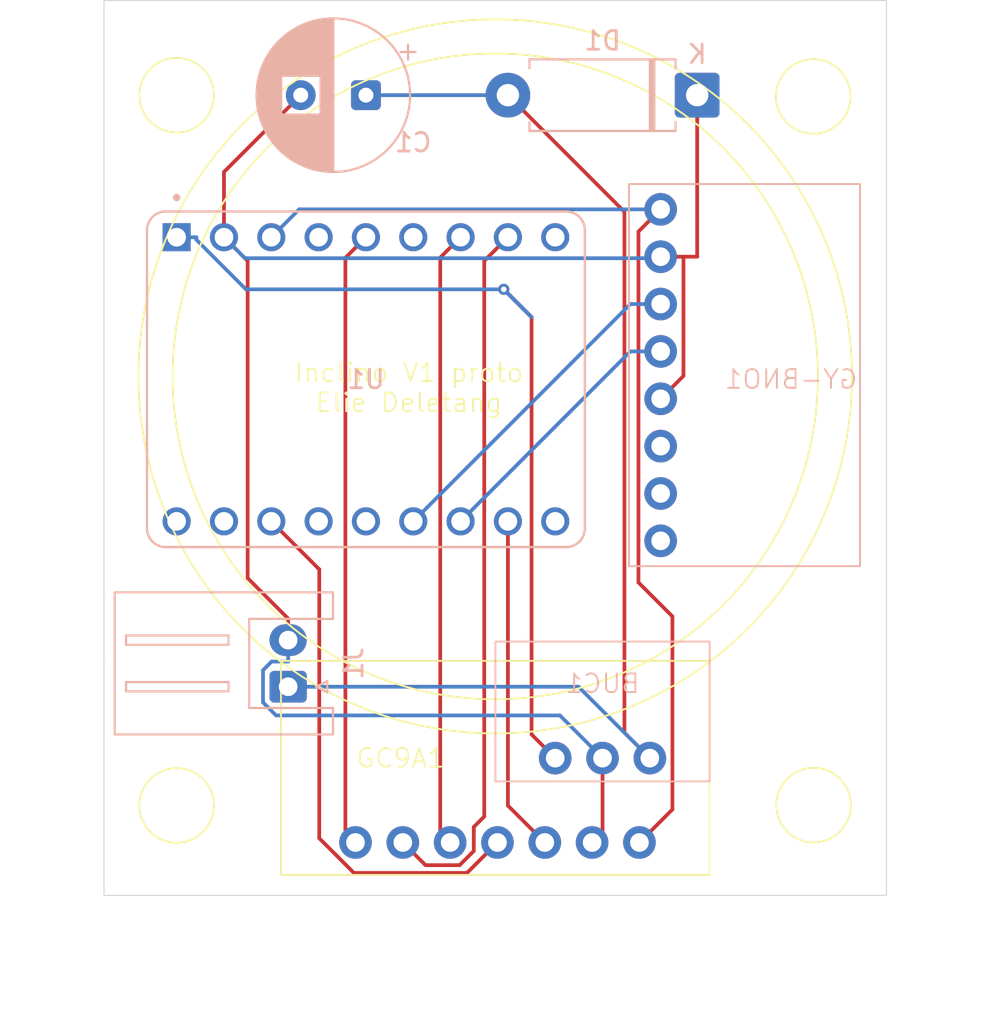
<source format=kicad_pcb>
(kicad_pcb (version 20241229) (generator "pcbnew") (generator_version "9.0")
  (layers (0 "F.Cu" signal) (2 "B.Cu" signal) (13 "F.Paste" user) (15 "B.Paste" user) (5 "F.SilkS" user "F.Silkscreen") (7 "B.SilkS" user "B.Silkscreen") (1 "F.Mask" user) (3 "B.Mask" user) (25 "Edge.Cuts" user))
  (net 0 "")
  (net 6 "Net-(BUC1-GND)")
  (net 13 "Net-(GC9A1-VCC)")
  (net 14 "Net-(GY-BNO1-SDA{slash}Tx)")
  (net 15 "Net-(BUC1-Vout)")
  (net 16 "Net-(GY-BNO1-SCL{slash}Rx)")
  (net 17 "Net-(GC9A1-RST)")
  (net 18 "Net-(GC9A1-SCL)")
  (net 19 "Net-(GC9A1-DC)")
  (net 20 "Net-(GC9A1-CS)")
  (net 21 "Net-(GC9A1-SDA)")
  (net 22 "Net-(BUC1-Vin)")
  (footprint "Mes_Empreintes:GC9A01" (layer "F.Cu") (at 103.46 85.145)
    (property "Reference" "GC9A1" (at -5.08 -14.025 0) (layer "F.SilkS") (effects (font (thickness 0.1))))
    (property "Value" "~" (hide yes))
    (fp_rect (start -11.5 -19.24) (end 11.5 -7.76) (stroke (width 0.1)) (fill no) (layer "F.SilkS"))
    (fp_circle (center 0 -34.5) (end 17.32 -34.5) (stroke (width 0.1)) (fill no) (layer "F.SilkS"))
    (fp_circle (center 0 -34.5) (end 19.15 -34.5) (stroke (width 0.1)) (fill no) (layer "F.SilkS"))
    (pad "1" thru_hole circle (at -7.5 -9.5) (size 1.75 1.75) (drill 1) (layers "*.Cu" "*.Mask") (net 17 "Net-(GC9A1-RST)"))
    (pad "2" thru_hole circle (at -4.96 -9.5) (size 1.75 1.75) (drill 1) (layers "*.Cu" "*.Mask") (net 20 "Net-(GC9A1-CS)"))
    (pad "3" thru_hole circle (at -2.42 -9.5) (size 1.75 1.75) (drill 1) (layers "*.Cu" "*.Mask") (net 19 "Net-(GC9A1-DC)"))
    (pad "4" thru_hole circle (at 0.12 -9.5) (size 1.75 1.75) (drill 1) (layers "*.Cu" "*.Mask") (net 21 "Net-(GC9A1-SDA)"))
    (pad "5" thru_hole circle (at 2.66 -9.5) (size 1.75 1.75) (drill 1) (layers "*.Cu" "*.Mask") (net 18 "Net-(GC9A1-SCL)"))
    (pad "6" thru_hole circle (at 5.2 -9.5) (size 1.75 1.75) (drill 1) (layers "*.Cu" "*.Mask") (net 6 "Net-(BUC1-GND)"))
    (pad "7" thru_hole circle (at 7.74 -9.5) (size 1.75 1.75) (drill 1) (layers "*.Cu" "*.Mask") (net 13 "Net-(GC9A1-VCC)"))
  )
  (footprint "MountingHole:MountingHole_3.2mm_M3" (layer "F.Cu") (at 86.36 73.66)
    (property "Reference" "M4" (hide yes))
    (property "Value" "MountingHole_3.2mm_M3")
    (pad "" np_thru_hole circle (at 0 0) (size 3.2 3.2) (drill 3.2) (layers "*.Cu" "*.Mask"))
  )
  (footprint "MountingHole:MountingHole_3.2mm_M3" (layer "F.Cu") (at 120.5 35.56)
    (property "Reference" "M2" (hide yes))
    (property "Value" "MountingHole_3.2mm_M3")
    (pad "" np_thru_hole circle (at 0 0) (size 3.2 3.2) (drill 3.2) (layers "*.Cu" "*.Mask"))
  )
  (footprint "MountingHole:MountingHole_3.2mm_M3" (layer "F.Cu") (at 86.36 35.56)
    (property "Reference" "M1" (hide yes))
    (property "Value" "MountingHole_3.2mm_M3")
    (pad "" np_thru_hole circle (at 0 0) (size 3.2 3.2) (drill 3.2) (layers "*.Cu" "*.Mask"))
  )
  (footprint "MountingHole:MountingHole_3.2mm_M3" (layer "F.Cu") (at 120.5 73.66)
    (property "Reference" "M3" (hide yes))
    (property "Value" "MountingHole_3.2mm_M3")
    (pad "" np_thru_hole circle (at 0 0) (size 3.2 3.2) (drill 3.2) (layers "*.Cu" "*.Mask"))
  )
  (footprint "ESP32-S3-ZERO:MODULE_ESP32-S3-ZERO" (layer "B.Cu") (at 96.52 50.8 -90)
    (property "Reference" "U1" (at 0 0 180) (layer "B.SilkS") (effects (justify mirror)))
    (property "Value" "ESP32-S3-ZERO")
    (fp_line (start -8 11.75) (end -4.61 11.75) (stroke (width 0.127)) (layer "B.SilkS"))
    (fp_line (start -4.61 11.75) (end 4.33 11.75) (stroke (width 0.127)) (layer "B.SilkS"))
    (fp_line (start 4.33 11.75) (end 8 11.75) (stroke (width 0.127)) (layer "B.SilkS"))
    (fp_line (start 9 10.75) (end 9 -10.75) (stroke (width 0.127)) (layer "B.SilkS"))
    (fp_line (start -9 -10.75) (end -9 10.75) (stroke (width 0.127)) (layer "B.SilkS"))
    (fp_line (start 8 -11.75) (end -8 -11.75) (stroke (width 0.127)) (layer "B.SilkS"))
    (fp_arc (start -8 11.75) (mid -8.707107 11.457107) (end -9 10.75) (stroke (width 0.127)) (layer "B.SilkS"))
    (fp_arc (start 9 10.75) (mid 8.707107 11.457107) (end 8 11.75) (stroke (width 0.127)) (layer "B.SilkS"))
    (fp_arc (start -9 -10.75) (mid -8.707107 -11.457107) (end -8 -11.75) (stroke (width 0.127)) (layer "B.SilkS"))
    (fp_arc (start 8 -11.75) (mid 8.707107 -11.457107) (end 9 -10.75) (stroke (width 0.127)) (layer "B.SilkS"))
    (fp_circle (center -9.75 10.16) (end -9.65 10.16) (stroke (width 0.2)) (fill no) (layer "B.SilkS"))
    (pad "1" thru_hole circle (at -7.62 2.54 270) (size 1.508 1.508) (drill 1) (layers "*.Cu" "*.Mask"))
    (pad "2" thru_hole circle (at -7.62 0 270) (size 1.508 1.508) (drill 1) (layers "*.Cu" "*.Mask") (net 17 "Net-(GC9A1-RST)"))
    (pad "3" thru_hole circle (at -7.62 -2.54 270) (size 1.508 1.508) (drill 1) (layers "*.Cu" "*.Mask"))
    (pad "3V3" thru_hole circle (at -7.62 5.08 270) (size 1.508 1.508) (drill 1) (layers "*.Cu" "*.Mask") (net 13 "Net-(GC9A1-VCC)"))
    (pad "4" thru_hole circle (at -7.62 -5.08 270) (size 1.508 1.508) (drill 1) (layers "*.Cu" "*.Mask") (net 19 "Net-(GC9A1-DC)"))
    (pad "5" thru_hole circle (at -7.62 -7.62 270) (size 1.508 1.508) (drill 1) (layers "*.Cu" "*.Mask") (net 20 "Net-(GC9A1-CS)"))
    (pad "5V" thru_hole rect (at -7.62 10.16 270) (size 1.508 1.508) (drill 1) (layers "*.Cu" "*.Mask") (net 15 "Net-(BUC1-Vout)"))
    (pad "6" thru_hole circle (at -7.62 -10.16 270) (size 1.508 1.508) (drill 1) (layers "*.Cu" "*.Mask"))
    (pad "7" thru_hole circle (at 7.62 -10.16 270) (size 1.508 1.508) (drill 1) (layers "*.Cu" "*.Mask"))
    (pad "8" thru_hole circle (at 7.62 -7.62 270) (size 1.508 1.508) (drill 1) (layers "*.Cu" "*.Mask") (net 18 "Net-(GC9A1-SCL)"))
    (pad "9" thru_hole circle (at 7.62 -5.08 270) (size 1.508 1.508) (drill 1) (layers "*.Cu" "*.Mask") (net 14 "Net-(GY-BNO1-SDA{slash}Tx)"))
    (pad "10" thru_hole circle (at 7.62 -2.54 270) (size 1.508 1.508) (drill 1) (layers "*.Cu" "*.Mask") (net 16 "Net-(GY-BNO1-SCL{slash}Rx)"))
    (pad "11" thru_hole circle (at 7.62 0 270) (size 1.508 1.508) (drill 1) (layers "*.Cu" "*.Mask"))
    (pad "12" thru_hole circle (at 7.62 2.54 270) (size 1.508 1.508) (drill 1) (layers "*.Cu" "*.Mask"))
    (pad "13" thru_hole circle (at 7.62 5.08 270) (size 1.508 1.508) (drill 1) (layers "*.Cu" "*.Mask") (net 21 "Net-(GC9A1-SDA)"))
    (pad "GND" thru_hole circle (at -7.62 7.62 270) (size 1.508 1.508) (drill 1) (layers "*.Cu" "*.Mask") (net 6 "Net-(BUC1-GND)"))
    (pad "RX" thru_hole circle (at 7.62 7.62 270) (size 1.508 1.508) (drill 1) (layers "*.Cu" "*.Mask"))
    (pad "TX" thru_hole circle (at 7.62 10.16 270) (size 1.508 1.508) (drill 1) (layers "*.Cu" "*.Mask"))
  )
  (footprint "Connector_JST:JST_XH_S2B-XH-A_1x02_P2.50mm_Horizontal" (layer "B.Cu") (at 92.345 67.29 90)
    (property "Reference" "J1" (at 1.25 3.51 90) (layer "B.SilkS") (effects (justify mirror)))
    (property "Value" "Conn_01x02_MountingPin")
    (fp_line (start 5.06 -9.31) (end 5.06 2.41) (stroke (width 0.12)) (layer "B.SilkS"))
    (fp_line (start 1.25 -9.31) (end 5.06 -9.31) (stroke (width 0.12)) (layer "B.SilkS"))
    (fp_line (start 1.25 -9.31) (end -2.56 -9.31) (stroke (width 0.12)) (layer "B.SilkS"))
    (fp_line (start -2.56 -9.31) (end -2.56 2.41) (stroke (width 0.12)) (layer "B.SilkS"))
    (fp_line (start 2.75 -8.7) (end 2.75 -3.2) (stroke (width 0.12)) (layer "B.SilkS"))
    (fp_line (start 2.25 -8.7) (end 2.75 -8.7) (stroke (width 0.12)) (layer "B.SilkS"))
    (fp_line (start 0.25 -8.7) (end 0.25 -3.2) (stroke (width 0.12)) (layer "B.SilkS"))
    (fp_line (start -0.25 -8.7) (end 0.25 -8.7) (stroke (width 0.12)) (layer "B.SilkS"))
    (fp_line (start 2.75 -3.2) (end 2.25 -3.2) (stroke (width 0.12)) (layer "B.SilkS"))
    (fp_line (start 2.25 -3.2) (end 2.25 -8.7) (stroke (width 0.12)) (layer "B.SilkS"))
    (fp_line (start 0.25 -3.2) (end -0.25 -3.2) (stroke (width 0.12)) (layer "B.SilkS"))
    (fp_line (start -0.25 -3.2) (end -0.25 -8.7) (stroke (width 0.12)) (layer "B.SilkS"))
    (fp_line (start 3.64 -2.09) (end 1.25 -2.09) (stroke (width 0.12)) (layer "B.SilkS"))
    (fp_line (start -1.14 -2.09) (end 1.25 -2.09) (stroke (width 0.12)) (layer "B.SilkS"))
    (fp_line (start 0 1.5) (end -0.3 2.1) (stroke (width 0.12)) (layer "B.SilkS"))
    (fp_line (start 0.3 2.1) (end 0 1.5) (stroke (width 0.12)) (layer "B.SilkS"))
    (fp_line (start -0.3 2.1) (end 0.3 2.1) (stroke (width 0.12)) (layer "B.SilkS"))
    (fp_line (start 5.06 2.41) (end 3.64 2.41) (stroke (width 0.12)) (layer "B.SilkS"))
    (fp_line (start 3.64 2.41) (end 3.64 -2.09) (stroke (width 0.12)) (layer "B.SilkS"))
    (fp_line (start -1.14 2.41) (end -1.14 -2.09) (stroke (width 0.12)) (layer "B.SilkS"))
    (fp_line (start -2.56 2.41) (end -1.14 2.41) (stroke (width 0.12)) (layer "B.SilkS"))
    (pad "1" thru_hole roundrect (at 0 0 90) (size 1.7 2) (drill 1) (layers "*.Cu" "*.Mask") (roundrect_rratio 0.147059) (net 22 "Net-(BUC1-Vin)"))
    (pad "2" thru_hole oval (at 2.5 0 90) (size 1.7 2) (drill 1) (layers "*.Cu" "*.Mask") (net 6 "Net-(BUC1-GND)"))
  )
  (footprint "Diode_THT:D_DO-15_P10.16mm_Horizontal" (layer "B.Cu") (at 114.3 35.56 180)
    (property "Reference" "D1" (at 5.08 2.92 0) (layer "B.SilkS") (effects (justify mirror)))
    (property "Value" "D_TVS")
    (fp_line (start 9 1.92) (end 9 1.44) (stroke (width 0.12)) (layer "B.SilkS"))
    (fp_line (start 9 -1.92) (end 9 -1.44) (stroke (width 0.12)) (layer "B.SilkS"))
    (fp_line (start 2.54 1.92) (end 2.54 -1.92) (stroke (width 0.12)) (layer "B.SilkS"))
    (fp_line (start 2.42 1.92) (end 2.42 -1.92) (stroke (width 0.12)) (layer "B.SilkS"))
    (fp_line (start 2.3 1.92) (end 2.3 -1.92) (stroke (width 0.12)) (layer "B.SilkS"))
    (fp_line (start 1.16 1.92) (end 9 1.92) (stroke (width 0.12)) (layer "B.SilkS"))
    (fp_line (start 1.16 1.44) (end 1.16 1.92) (stroke (width 0.12)) (layer "B.SilkS"))
    (fp_line (start 1.16 -1.44) (end 1.16 -1.92) (stroke (width 0.12)) (layer "B.SilkS"))
    (fp_line (start 1.16 -1.92) (end 9 -1.92) (stroke (width 0.12)) (layer "B.SilkS"))
    (fp_text user "K" (at 0 2.2 0) (layer "B.SilkS") (effects (justify mirror)))
    (pad "1" thru_hole roundrect (at 0 0 180) (size 2.4 2.4) (drill 1.2) (layers "*.Cu" "*.Mask") (roundrect_rratio 0.104167) (net 6 "Net-(BUC1-GND)"))
    (pad "2" thru_hole circle (at 10.16 0 180) (size 2.4 2.4) (drill 1.2) (layers "*.Cu" "*.Mask") (net 22 "Net-(BUC1-Vin)"))
  )
  (footprint "Capacitor_THT:CP_Radial_D8.0mm_P3.50mm" (layer "B.Cu") (at 96.52 35.56 180)
    (property "Reference" "C1" (at -2.54 -2.54 0) (layer "B.SilkS") (effects (justify mirror)))
    (property "Value" "C_Polarized")
    (fp_line (start 5.83 0.533) (end 5.83 -0.533) (stroke (width 0.12)) (layer "B.SilkS"))
    (fp_line (start 5.79 0.768) (end 5.79 -0.768) (stroke (width 0.12)) (layer "B.SilkS"))
    (fp_line (start 5.75 0.947) (end 5.75 -0.947) (stroke (width 0.12)) (layer "B.SilkS"))
    (fp_line (start 5.71 1.097) (end 5.71 -1.097) (stroke (width 0.12)) (layer "B.SilkS"))
    (fp_line (start 5.67 1.228) (end 5.67 -1.228) (stroke (width 0.12)) (layer "B.SilkS"))
    (fp_line (start 5.63 1.346) (end 5.63 -1.346) (stroke (width 0.12)) (layer "B.SilkS"))
    (fp_line (start 5.59 1.453) (end 5.59 -1.453) (stroke (width 0.12)) (layer "B.SilkS"))
    (fp_line (start 5.55 1.552) (end 5.55 -1.552) (stroke (width 0.12)) (layer "B.SilkS"))
    (fp_line (start 5.51 1.644) (end 5.51 -1.644) (stroke (width 0.12)) (layer "B.SilkS"))
    (fp_line (start 5.47 1.731) (end 5.47 -1.731) (stroke (width 0.12)) (layer "B.SilkS"))
    (fp_line (start 5.43 1.813) (end 5.43 -1.813) (stroke (width 0.12)) (layer "B.SilkS"))
    (fp_line (start 5.39 1.89) (end 5.39 -1.89) (stroke (width 0.12)) (layer "B.SilkS"))
    (fp_line (start 5.35 1.964) (end 5.35 -1.964) (stroke (width 0.12)) (layer "B.SilkS"))
    (fp_line (start 5.31 2.034) (end 5.31 -2.034) (stroke (width 0.12)) (layer "B.SilkS"))
    (fp_line (start 5.27 2.101) (end 5.27 -2.101) (stroke (width 0.12)) (layer "B.SilkS"))
    (fp_line (start 5.23 2.165) (end 5.23 -2.165) (stroke (width 0.12)) (layer "B.SilkS"))
    (fp_line (start 5.19 2.227) (end 5.19 -2.227) (stroke (width 0.12)) (layer "B.SilkS"))
    (fp_line (start 5.15 2.287) (end 5.15 -2.287) (stroke (width 0.12)) (layer "B.SilkS"))
    (fp_line (start 5.11 2.344) (end 5.11 -2.344) (stroke (width 0.12)) (layer "B.SilkS"))
    (fp_line (start 5.07 2.4) (end 5.07 -2.4) (stroke (width 0.12)) (layer "B.SilkS"))
    (fp_line (start 5.03 2.453) (end 5.03 -2.453) (stroke (width 0.12)) (layer "B.SilkS"))
    (fp_line (start 4.99 2.505) (end 4.99 -2.505) (stroke (width 0.12)) (layer "B.SilkS"))
    (fp_line (start 4.95 2.555) (end 4.95 -2.555) (stroke (width 0.12)) (layer "B.SilkS"))
    (fp_line (start 4.91 2.604) (end 4.91 -2.604) (stroke (width 0.12)) (layer "B.SilkS"))
    (fp_line (start 4.87 2.651) (end 4.87 -2.651) (stroke (width 0.12)) (layer "B.SilkS"))
    (fp_line (start 4.83 2.696) (end 4.83 -2.696) (stroke (width 0.12)) (layer "B.SilkS"))
    (fp_line (start 4.79 2.741) (end 4.79 -2.741) (stroke (width 0.12)) (layer "B.SilkS"))
    (fp_line (start 4.75 2.784) (end 4.75 -2.784) (stroke (width 0.12)) (layer "B.SilkS"))
    (fp_line (start 4.71 2.826) (end 4.71 -2.826) (stroke (width 0.12)) (layer "B.SilkS"))
    (fp_line (start 4.67 2.867) (end 4.67 -2.867) (stroke (width 0.12)) (layer "B.SilkS"))
    (fp_line (start 4.63 2.906) (end 4.63 -2.906) (stroke (width 0.12)) (layer "B.SilkS"))
    (fp_line (start 4.59 2.945) (end 4.59 -2.945) (stroke (width 0.12)) (layer "B.SilkS"))
    (fp_line (start 4.55 2.982) (end 4.55 -2.982) (stroke (width 0.12)) (layer "B.SilkS"))
    (fp_line (start 4.51 3.019) (end 4.51 1.04) (stroke (width 0.12)) (layer "B.SilkS"))
    (fp_line (start 4.51 -1.04) (end 4.51 -3.019) (stroke (width 0.12)) (layer "B.SilkS"))
    (fp_line (start 4.47 3.055) (end 4.47 1.04) (stroke (width 0.12)) (layer "B.SilkS"))
    (fp_line (start 4.47 -1.04) (end 4.47 -3.055) (stroke (width 0.12)) (layer "B.SilkS"))
    (fp_line (start 4.43 3.089) (end 4.43 1.04) (stroke (width 0.12)) (layer "B.SilkS"))
    (fp_line (start 4.43 -1.04) (end 4.43 -3.089) (stroke (width 0.12)) (layer "B.SilkS"))
    (fp_line (start 4.39 3.123) (end 4.39 1.04) (stroke (width 0.12)) (layer "B.SilkS"))
    (fp_line (start 4.39 -1.04) (end 4.39 -3.123) (stroke (width 0.12)) (layer "B.SilkS"))
    (fp_line (start 4.35 3.156) (end 4.35 1.04) (stroke (width 0.12)) (layer "B.SilkS"))
    (fp_line (start 4.35 -1.04) (end 4.35 -3.156) (stroke (width 0.12)) (layer "B.SilkS"))
    (fp_line (start 4.31 3.188) (end 4.31 1.04) (stroke (width 0.12)) (layer "B.SilkS"))
    (fp_line (start 4.31 -1.04) (end 4.31 -3.188) (stroke (width 0.12)) (layer "B.SilkS"))
    (fp_line (start 4.27 3.219) (end 4.27 1.04) (stroke (width 0.12)) (layer "B.SilkS"))
    (fp_line (start 4.27 -1.04) (end 4.27 -3.219) (stroke (width 0.12)) (layer "B.SilkS"))
    (fp_line (start 4.23 3.25) (end 4.23 1.04) (stroke (width 0.12)) (layer "B.SilkS"))
    (fp_line (start 4.23 -1.04) (end 4.23 -3.25) (stroke (width 0.12)) (layer "B.SilkS"))
    (fp_line (start 4.19 3.28) (end 4.19 1.04) (stroke (width 0.12)) (layer "B.SilkS"))
    (fp_line (start 4.19 -1.04) (end 4.19 -3.28) (stroke (width 0.12)) (layer "B.SilkS"))
    (fp_line (start 4.15 3.309) (end 4.15 1.04) (stroke (width 0.12)) (layer "B.SilkS"))
    (fp_line (start 4.15 -1.04) (end 4.15 -3.309) (stroke (width 0.12)) (layer "B.SilkS"))
    (fp_line (start 4.11 3.337) (end 4.11 1.04) (stroke (width 0.12)) (layer "B.SilkS"))
    (fp_line (start 4.11 -1.04) (end 4.11 -3.337) (stroke (width 0.12)) (layer "B.SilkS"))
    (fp_line (start 4.07 3.365) (end 4.07 1.04) (stroke (width 0.12)) (layer "B.SilkS"))
    (fp_line (start 4.07 -1.04) (end 4.07 -3.365) (stroke (width 0.12)) (layer "B.SilkS"))
    (fp_line (start 4.03 3.392) (end 4.03 1.04) (stroke (width 0.12)) (layer "B.SilkS"))
    (fp_line (start 4.03 -1.04) (end 4.03 -3.392) (stroke (width 0.12)) (layer "B.SilkS"))
    (fp_line (start 3.99 3.418) (end 3.99 1.04) (stroke (width 0.12)) (layer "B.SilkS"))
    (fp_line (start 3.99 -1.04) (end 3.99 -3.418) (stroke (width 0.12)) (layer "B.SilkS"))
    (fp_line (start 3.95 3.443) (end 3.95 1.04) (stroke (width 0.12)) (layer "B.SilkS"))
    (fp_line (start 3.95 -1.04) (end 3.95 -3.443) (stroke (width 0.12)) (layer "B.SilkS"))
    (fp_line (start 3.91 3.468) (end 3.91 1.04) (stroke (width 0.12)) (layer "B.SilkS"))
    (fp_line (start 3.91 -1.04) (end 3.91 -3.468) (stroke (width 0.12)) (layer "B.SilkS"))
    (fp_line (start 3.87 3.493) (end 3.87 1.04) (stroke (width 0.12)) (layer "B.SilkS"))
    (fp_line (start 3.87 -1.04) (end 3.87 -3.493) (stroke (width 0.12)) (layer "B.SilkS"))
    (fp_line (start 3.83 3.516) (end 3.83 1.04) (stroke (width 0.12)) (layer "B.SilkS"))
    (fp_line (start 3.83 -1.04) (end 3.83 -3.516) (stroke (width 0.12)) (layer "B.SilkS"))
    (fp_line (start 3.79 3.539) (end 3.79 1.04) (stroke (width 0.12)) (layer "B.SilkS"))
    (fp_line (start 3.79 -1.04) (end 3.79 -3.539) (stroke (width 0.12)) (layer "B.SilkS"))
    (fp_line (start 3.75 3.562) (end 3.75 1.04) (stroke (width 0.12)) (layer "B.SilkS"))
    (fp_line (start 3.75 -1.04) (end 3.75 -3.562) (stroke (width 0.12)) (layer "B.SilkS"))
    (fp_line (start 3.71 3.584) (end 3.71 1.04) (stroke (width 0.12)) (layer "B.SilkS"))
    (fp_line (start 3.71 -1.04) (end 3.71 -3.584) (stroke (width 0.12)) (layer "B.SilkS"))
    (fp_line (start 3.67 3.605) (end 3.67 1.04) (stroke (width 0.12)) (layer "B.SilkS"))
    (fp_line (start 3.67 -1.04) (end 3.67 -3.605) (stroke (width 0.12)) (layer "B.SilkS"))
    (fp_line (start 3.63 3.626) (end 3.63 1.04) (stroke (width 0.12)) (layer "B.SilkS"))
    (fp_line (start 3.63 -1.04) (end 3.63 -3.626) (stroke (width 0.12)) (layer "B.SilkS"))
    (fp_line (start 3.59 3.646) (end 3.59 1.04) (stroke (width 0.12)) (layer "B.SilkS"))
    (fp_line (start 3.59 -1.04) (end 3.59 -3.646) (stroke (width 0.12)) (layer "B.SilkS"))
    (fp_line (start 3.55 3.666) (end 3.55 1.04) (stroke (width 0.12)) (layer "B.SilkS"))
    (fp_line (start 3.55 -1.04) (end 3.55 -3.666) (stroke (width 0.12)) (layer "B.SilkS"))
    (fp_line (start 3.51 3.685) (end 3.51 1.04) (stroke (width 0.12)) (layer "B.SilkS"))
    (fp_line (start 3.51 -1.04) (end 3.51 -3.685) (stroke (width 0.12)) (layer "B.SilkS"))
    (fp_line (start 3.47 3.704) (end 3.47 1.04) (stroke (width 0.12)) (layer "B.SilkS"))
    (fp_line (start 3.47 -1.04) (end 3.47 -3.704) (stroke (width 0.12)) (layer "B.SilkS"))
    (fp_line (start 3.43 3.722) (end 3.43 1.04) (stroke (width 0.12)) (layer "B.SilkS"))
    (fp_line (start 3.43 -1.04) (end 3.43 -3.722) (stroke (width 0.12)) (layer "B.SilkS"))
    (fp_line (start 3.39 3.74) (end 3.39 1.04) (stroke (width 0.12)) (layer "B.SilkS"))
    (fp_line (start 3.39 -1.04) (end 3.39 -3.74) (stroke (width 0.12)) (layer "B.SilkS"))
    (fp_line (start 3.35 3.757) (end 3.35 1.04) (stroke (width 0.12)) (layer "B.SilkS"))
    (fp_line (start 3.35 -1.04) (end 3.35 -3.757) (stroke (width 0.12)) (layer "B.SilkS"))
    (fp_line (start 3.31 3.773) (end 3.31 1.04) (stroke (width 0.12)) (layer "B.SilkS"))
    (fp_line (start 3.31 -1.04) (end 3.31 -3.773) (stroke (width 0.12)) (layer "B.SilkS"))
    (fp_line (start 3.27 3.789) (end 3.27 1.04) (stroke (width 0.12)) (layer "B.SilkS"))
    (fp_line (start 3.27 -1.04) (end 3.27 -3.789) (stroke (width 0.12)) (layer "B.SilkS"))
    (fp_line (start 3.23 3.805) (end 3.23 1.04) (stroke (width 0.12)) (layer "B.SilkS"))
    (fp_line (start 3.23 -1.04) (end 3.23 -3.805) (stroke (width 0.12)) (layer "B.SilkS"))
    (fp_line (start 3.19 3.82) (end 3.19 1.04) (stroke (width 0.12)) (layer "B.SilkS"))
    (fp_line (start 3.19 -1.04) (end 3.19 -3.82) (stroke (width 0.12)) (layer "B.SilkS"))
    (fp_line (start 3.15 3.835) (end 3.15 1.04) (stroke (width 0.12)) (layer "B.SilkS"))
    (fp_line (start 3.15 -1.04) (end 3.15 -3.835) (stroke (width 0.12)) (layer "B.SilkS"))
    (fp_line (start 3.11 3.849) (end 3.11 1.04) (stroke (width 0.12)) (layer "B.SilkS"))
    (fp_line (start 3.11 -1.04) (end 3.11 -3.849) (stroke (width 0.12)) (layer "B.SilkS"))
    (fp_line (start 3.07 3.863) (end 3.07 1.04) (stroke (width 0.12)) (layer "B.SilkS"))
    (fp_line (start 3.07 -1.04) (end 3.07 -3.863) (stroke (width 0.12)) (layer "B.SilkS"))
    (fp_line (start 3.03 3.876) (end 3.03 1.04) (stroke (width 0.12)) (layer "B.SilkS"))
    (fp_line (start 3.03 -1.04) (end 3.03 -3.876) (stroke (width 0.12)) (layer "B.SilkS"))
    (fp_line (start 2.99 3.889) (end 2.99 1.04) (stroke (width 0.12)) (layer "B.SilkS"))
    (fp_line (start 2.99 -1.04) (end 2.99 -3.889) (stroke (width 0.12)) (layer "B.SilkS"))
    (fp_line (start 2.95 3.901) (end 2.95 1.04) (stroke (width 0.12)) (layer "B.SilkS"))
    (fp_line (start 2.95 -1.04) (end 2.95 -3.901) (stroke (width 0.12)) (layer "B.SilkS"))
    (fp_line (start 2.91 3.913) (end 2.91 1.04) (stroke (width 0.12)) (layer "B.SilkS"))
    (fp_line (start 2.91 -1.04) (end 2.91 -3.913) (stroke (width 0.12)) (layer "B.SilkS"))
    (fp_line (start 2.87 3.925) (end 2.87 1.04) (stroke (width 0.12)) (layer "B.SilkS"))
    (fp_line (start 2.87 -1.04) (end 2.87 -3.925) (stroke (width 0.12)) (layer "B.SilkS"))
    (fp_line (start 2.83 3.936) (end 2.83 1.04) (stroke (width 0.12)) (layer "B.SilkS"))
    (fp_line (start 2.83 -1.04) (end 2.83 -3.936) (stroke (width 0.12)) (layer "B.SilkS"))
    (fp_line (start 2.79 3.947) (end 2.79 1.04) (stroke (width 0.12)) (layer "B.SilkS"))
    (fp_line (start 2.79 -1.04) (end 2.79 -3.947) (stroke (width 0.12)) (layer "B.SilkS"))
    (fp_line (start 2.75 3.957) (end 2.75 1.04) (stroke (width 0.12)) (layer "B.SilkS"))
    (fp_line (start 2.75 -1.04) (end 2.75 -3.957) (stroke (width 0.12)) (layer "B.SilkS"))
    (fp_line (start 2.71 3.967) (end 2.71 1.04) (stroke (width 0.12)) (layer "B.SilkS"))
    (fp_line (start 2.71 -1.04) (end 2.71 -3.967) (stroke (width 0.12)) (layer "B.SilkS"))
    (fp_line (start 2.67 3.976) (end 2.67 1.04) (stroke (width 0.12)) (layer "B.SilkS"))
    (fp_line (start 2.67 -1.04) (end 2.67 -3.976) (stroke (width 0.12)) (layer "B.SilkS"))
    (fp_line (start 2.63 3.985) (end 2.63 1.04) (stroke (width 0.12)) (layer "B.SilkS"))
    (fp_line (start 2.63 -1.04) (end 2.63 -3.985) (stroke (width 0.12)) (layer "B.SilkS"))
    (fp_line (start 2.59 3.993) (end 2.59 1.04) (stroke (width 0.12)) (layer "B.SilkS"))
    (fp_line (start 2.59 -1.04) (end 2.59 -3.993) (stroke (width 0.12)) (layer "B.SilkS"))
    (fp_line (start 2.55 4.002) (end 2.55 1.04) (stroke (width 0.12)) (layer "B.SilkS"))
    (fp_line (start 2.55 -1.04) (end 2.55 -4.002) (stroke (width 0.12)) (layer "B.SilkS"))
    (fp_line (start 2.51 4.009) (end 2.51 1.04) (stroke (width 0.12)) (layer "B.SilkS"))
    (fp_line (start 2.51 -1.04) (end 2.51 -4.009) (stroke (width 0.12)) (layer "B.SilkS"))
    (fp_line (start 2.47 4.017) (end 2.47 1.04) (stroke (width 0.12)) (layer "B.SilkS"))
    (fp_line (start 2.47 -1.04) (end 2.47 -4.017) (stroke (width 0.12)) (layer "B.SilkS"))
    (fp_line (start 2.43 4.023) (end 2.43 -4.023) (stroke (width 0.12)) (layer "B.SilkS"))
    (fp_line (start 2.39 4.03) (end 2.39 -4.03) (stroke (width 0.12)) (layer "B.SilkS"))
    (fp_line (start 2.35 4.036) (end 2.35 -4.036) (stroke (width 0.12)) (layer "B.SilkS"))
    (fp_line (start 2.31 4.042) (end 2.31 -4.042) (stroke (width 0.12)) (layer "B.SilkS"))
    (fp_line (start 2.27 4.047) (end 2.27 -4.047) (stroke (width 0.12)) (layer "B.SilkS"))
    (fp_line (start 2.23 4.052) (end 2.23 -4.052) (stroke (width 0.12)) (layer "B.SilkS"))
    (fp_line (start 2.19 4.056) (end 2.19 -4.056) (stroke (width 0.12)) (layer "B.SilkS"))
    (fp_line (start 2.15 4.061) (end 2.15 -4.061) (stroke (width 0.12)) (layer "B.SilkS"))
    (fp_line (start 2.11 4.064) (end 2.11 -4.064) (stroke (width 0.12)) (layer "B.SilkS"))
    (fp_line (start 2.07 4.068) (end 2.07 -4.068) (stroke (width 0.12)) (layer "B.SilkS"))
    (fp_line (start 2.03 4.07) (end 2.03 -4.07) (stroke (width 0.12)) (layer "B.SilkS"))
    (fp_line (start 1.99 4.073) (end 1.99 -4.073) (stroke (width 0.12)) (layer "B.SilkS"))
    (fp_line (start 1.95 4.075) (end 1.95 -4.075) (stroke (width 0.12)) (layer "B.SilkS"))
    (fp_line (start 1.91 4.077) (end 1.91 -4.077) (stroke (width 0.12)) (layer "B.SilkS"))
    (fp_line (start 1.87 4.078) (end 1.87 -4.078) (stroke (width 0.12)) (layer "B.SilkS"))
    (fp_line (start 1.83 4.079) (end 1.83 -4.079) (stroke (width 0.12)) (layer "B.SilkS"))
    (fp_line (start 1.79 4.08) (end 1.79 -4.08) (stroke (width 0.12)) (layer "B.SilkS"))
    (fp_line (start 1.75 4.08) (end 1.75 -4.08) (stroke (width 0.12)) (layer "B.SilkS"))
    (fp_line (start -2.259698 2.715) (end -2.259698 1.915) (stroke (width 0.12)) (layer "B.SilkS"))
    (fp_line (start -2.659698 2.315) (end -1.859698 2.315) (stroke (width 0.12)) (layer "B.SilkS"))
    (fp_circle (center 1.75 0) (end 5.87 0) (stroke (width 0.12)) (fill no) (layer "B.SilkS"))
    (pad "1" thru_hole roundrect (at 0 0 180) (size 1.6 1.6) (drill 0.8) (layers "*.Cu" "*.Mask") (roundrect_rratio 0.15625) (net 22 "Net-(BUC1-Vin)"))
    (pad "2" thru_hole circle (at 3.5 0 180) (size 1.6 1.6) (drill 0.8) (layers "*.Cu" "*.Mask") (net 6 "Net-(BUC1-GND)"))
  )
  (footprint "Mes_Empreintes:GY-BNO055" (layer "B.Cu") (at 114.34 61.075 180)
    (property "Reference" "GY-BNO1" (at -5 10.275 0) (layer "B.SilkS") (effects (font (thickness 0.1)) (justify mirror)))
    (property "Value" "~")
    (fp_rect (start -8.7 20.75) (end 3.7 0.25) (stroke (width 0.1)) (fill no) (layer "B.SilkS"))
    (pad "1" thru_hole circle (at 2 19.39 180) (size 1.75 1.75) (drill 1) (layers "*.Cu" "*.Mask") (net 13 "Net-(GC9A1-VCC)"))
    (pad "2" thru_hole circle (at 2 16.85 180) (size 1.75 1.75) (drill 1) (layers "*.Cu" "*.Mask") (net 6 "Net-(BUC1-GND)"))
    (pad "3" thru_hole circle (at 2 14.31 180) (size 1.75 1.75) (drill 1) (layers "*.Cu" "*.Mask") (net 16 "Net-(GY-BNO1-SCL{slash}Rx)"))
    (pad "4" thru_hole circle (at 2 11.77 180) (size 1.75 1.75) (drill 1) (layers "*.Cu" "*.Mask") (net 14 "Net-(GY-BNO1-SDA{slash}Tx)"))
    (pad "5" thru_hole circle (at 2 9.23 180) (size 1.75 1.75) (drill 1) (layers "*.Cu" "*.Mask") (net 6 "Net-(BUC1-GND)"))
    (pad "6" thru_hole circle (at 2 6.69 180) (size 1.75 1.75) (drill 1) (layers "*.Cu" "*.Mask"))
    (pad "7" thru_hole circle (at 2 4.15 180) (size 1.75 1.75) (drill 1) (layers "*.Cu" "*.Mask"))
    (pad "8" thru_hole circle (at 2 1.61 180) (size 1.75 1.75) (drill 1) (layers "*.Cu" "*.Mask"))
  )
  (footprint "Mes_Empreintes:BEC" (layer "B.Cu") (at 109.22 80.62 180)
    (property "Reference" "BUC1" (at 0 13.5 0) (layer "B.SilkS") (effects (font (thickness 0.1)) (justify mirror)))
    (property "Value" "~" (hide yes))
    (fp_rect (start -5.75 15.75) (end 5.75 8.25) (stroke (width 0.1)) (fill no) (layer "B.SilkS"))
    (pad "1" thru_hole circle (at -2.54 9.5 180) (size 1.75 1.75) (drill 1) (layers "*.Cu" "*.Mask") (net 22 "Net-(BUC1-Vin)"))
    (pad "2" thru_hole circle (at 0 9.5 180) (size 1.75 1.75) (drill 1) (layers "*.Cu" "*.Mask") (net 6 "Net-(BUC1-GND)"))
    (pad "3" thru_hole circle (at 2.54 9.5 180) (size 1.75 1.75) (drill 1) (layers "*.Cu" "*.Mask") (net 15 "Net-(BUC1-Vout)"))
  )
  (gr_circle (center 120.549266 73.642573) (end 122.549266 73.642573) (stroke (width 0.1)) (fill no) (layer "F.SilkS"))
  (gr_circle (center 120.529286 35.627209) (end 122.529286 35.627209) (stroke (width 0.1)) (fill no) (layer "F.SilkS"))
  (gr_circle (center 86.36 35.56) (end 88.36 35.56) (stroke (width 0.1)) (fill no) (layer "F.SilkS"))
  (gr_circle (center 86.36 73.66) (end 88.36 73.66) (stroke (width 0.1)) (fill no) (layer "F.SilkS"))
  (gr_rect (start 82.46 30.48) (end 124.46 78.48) (stroke (width 0.05)) (fill no) (layer "Edge.Cuts"))
  (gr_text "Inclino V1 proto\nElie Deletang" (at 98.820246 52.638109 0) (layer "F.SilkS") (effects (font (size 1 1) (thickness 0.1)) (justify bottom)))
  (segment (start 114.3 42.265) (end 114.3 35.56) (width 0.2) (layer "F.Cu") (net 6))
  (segment (start 93.02 35.56) (end 88.9 39.68) (width 0.2) (layer "F.Cu") (net 6))
  (segment (start 88.9 39.68) (end 88.9 43.18) (width 0.2) (layer "F.Cu") (net 6))
  (segment (start 108.66 75.645) (end 109.22 75.085) (width 0.2) (layer "F.Cu") (net 6))
  (segment (start 114.3 44.225) (end 114.3 42.3063) (width 0.2) (layer "F.Cu") (net 6))
  (segment (start 113.565 50.62) (end 113.565 44.225) (width 0.2) (layer "F.Cu") (net 6))
  (segment (start 112.34 44.225) (end 113.565 44.225) (width 0.2) (layer "F.Cu") (net 6))
  (segment (start 113.565 44.225) (end 114.3 44.225) (width 0.2) (layer "F.Cu") (net 6))
  (segment (start 109.22 75.085) (end 109.22 71.12) (width 0.2) (layer "F.Cu") (net 6))
  (segment (start 112.34 51.845) (end 113.565 50.62) (width 0.2) (layer "F.Cu") (net 6))
  (segment (start 90.17 44.45) (end 88.9 43.18) (width 0.2) (layer "F.Cu") (net 6))
  (segment (start 90.17 61.4633) (end 90.17 44.45) (width 0.2) (layer "F.Cu") (net 6))
  (segment (start 92.345 64.79) (end 92.345 63.6383) (width 0.2) (layer "F.Cu") (net 6))
  (segment (start 114.3 42.3063) (end 114.3 42.265) (width 0.2) (layer "F.Cu") (net 6))
  (segment (start 92.345 63.6383) (end 90.17 61.4633) (width 0.2) (layer "F.Cu") (net 6))
  (segment (start 92.345 64.79) (end 92.345 65.9417) (width 0.2) (layer "B.Cu") (net 6))
  (segment (start 91.6975 68.8301) (end 90.9962 68.1288) (width 0.2) (layer "B.Cu") (net 6))
  (segment (start 106.9301 68.8301) (end 91.6975 68.8301) (width 0.2) (layer "B.Cu") (net 6))
  (segment (start 90.9962 68.1288) (end 90.9962 66.401) (width 0.2) (layer "B.Cu") (net 6))
  (segment (start 90.9962 66.401) (end 91.4555 65.9417) (width 0.2) (layer "B.Cu") (net 6))
  (segment (start 88.9 43.18) (end 90.0254 44.3054) (width 0.2) (layer "B.Cu") (net 6))
  (segment (start 109.22 71.12) (end 106.9301 68.8301) (width 0.2) (layer "B.Cu") (net 6))
  (segment (start 90.0254 44.3054) (end 112.2596 44.3054) (width 0.2) (layer "B.Cu") (net 6))
  (segment (start 112.2596 44.3054) (end 112.34 44.225) (width 0.2) (layer "B.Cu") (net 6))
  (segment (start 91.4555 65.9417) (end 92.345 65.9417) (width 0.2) (layer "B.Cu") (net 6))
  (segment (start 111.1494 42.8756) (end 112.34 41.685) (width 0.2) (layer "F.Cu") (net 13))
  (segment (start 111.2 75.645) (end 112.9707 73.8743) (width 0.2) (layer "F.Cu") (net 13))
  (segment (start 112.9707 73.8743) (end 112.9707 63.5209) (width 0.2) (layer "F.Cu") (net 13))
  (segment (start 111.1494 61.6996) (end 111.1494 42.8756) (width 0.2) (layer "F.Cu") (net 13))
  (segment (start 112.9707 63.5209) (end 111.1494 61.6996) (width 0.2) (layer "F.Cu") (net 13))
  (segment (start 92.935 41.685) (end 112.34 41.685) (width 0.2) (layer "B.Cu") (net 13))
  (segment (start 91.44 43.18) (end 92.935 41.685) (width 0.2) (layer "B.Cu") (net 13))
  (segment (start 110.715 49.305) (end 112.34 49.305) (width 0.2) (layer "B.Cu") (net 14))
  (segment (start 101.6 58.42) (end 110.715 49.305) (width 0.2) (layer "B.Cu") (net 14))
  (segment (start 105.41 47.4654) (end 105.41 69.85) (width 0.2) (layer "F.Cu") (net 15))
  (segment (start 103.9186 45.974) (end 105.41 47.4654) (width 0.2) (layer "F.Cu") (net 15))
  (segment (start 105.41 47.4654) (end 103.9186 45.974) (width 0.2) (layer "F.Cu") (net 15))
  (segment (start 105.41 69.85) (end 106.68 71.12) (width 0.2) (layer "F.Cu") (net 15))
  (segment (start 103.9186 45.974) (end 105.41 47.4654) (width 0.2) (layer "F.Cu") (net 15))
  (via (at 103.9186 45.974) (size 0.6) (drill 0.3) (layers "F.Cu" "B.Cu") (net 15))
  (segment (start 103.9186 45.974) (end 105.41 47.4654) (width 0.2) (layer "B.Cu") (net 15))
  (segment (start 87.4157 43.18) (end 87.4157 43.312) (width 0.2) (layer "B.Cu") (net 15))
  (segment (start 86.36 43.18) (end 87.4157 43.18) (width 0.2) (layer "B.Cu") (net 15))
  (segment (start 105.41 47.4654) (end 103.9186 45.974) (width 0.2) (layer "B.Cu") (net 15))
  (segment (start 90.0777 45.974) (end 103.9186 45.974) (width 0.2) (layer "B.Cu") (net 15))
  (segment (start 87.4157 43.312) (end 90.0777 45.974) (width 0.2) (layer "B.Cu") (net 15))
  (segment (start 110.715 46.765) (end 112.34 46.765) (width 0.2) (layer "B.Cu") (net 16))
  (segment (start 99.06 58.42) (end 110.715 46.765) (width 0.2) (layer "B.Cu") (net 16))
  (segment (start 96.52 43.18) (end 95.4172 44.2828) (width 0.2) (layer "F.Cu") (net 17))
  (segment (start 95.4172 75.1022) (end 95.96 75.645) (width 0.2) (layer "F.Cu") (net 17))
  (segment (start 95.4172 44.2828) (end 95.4172 75.1022) (width 0.2) (layer "F.Cu") (net 17))
  (segment (start 106.12 75.645) (end 104.14 73.665) (width 0.2) (layer "F.Cu") (net 18))
  (segment (start 104.14 73.665) (end 104.14 58.42) (width 0.2) (layer "F.Cu") (net 18))
  (segment (start 101.6 43.18) (end 100.5075 44.2725) (width 0.2) (layer "F.Cu") (net 19))
  (segment (start 100.5075 44.2725) (end 100.5075 75.1125) (width 0.2) (layer "F.Cu") (net 19))
  (segment (start 100.5075 75.1125) (end 101.04 75.645) (width 0.2) (layer "F.Cu") (net 19))
  (segment (start 99.7165 76.8615) (end 98.5 75.645) (width 0.2) (layer "F.Cu") (net 20))
  (segment (start 102.87 44.45) (end 102.87 74.254) (width 0.2) (layer "F.Cu") (net 20))
  (segment (start 104.14 43.18) (end 102.87 44.45) (width 0.2) (layer "F.Cu") (net 20))
  (segment (start 101.5508 76.8615) (end 99.7165 76.8615) (width 0.2) (layer "F.Cu") (net 20))
  (segment (start 102.31 76.1023) (end 101.5508 76.8615) (width 0.2) (layer "F.Cu") (net 20))
  (segment (start 102.87 74.254) (end 102.31 74.814) (width 0.2) (layer "F.Cu") (net 20))
  (segment (start 102.31 74.814) (end 102.31 76.1023) (width 0.2) (layer "F.Cu") (net 20))
  (segment (start 101.9475 77.2775) (end 103.58 75.645) (width 0.2) (layer "F.Cu") (net 21))
  (segment (start 94.0153 60.9953) (end 94.0153 75.4184) (width 0.2) (layer "F.Cu") (net 21))
  (segment (start 95.8744 77.2775) (end 101.9475 77.2775) (width 0.2) (layer "F.Cu") (net 21))
  (segment (start 91.44 58.42) (end 94.0153 60.9953) (width 0.2) (layer "F.Cu") (net 21))
  (segment (start 94.0153 75.4184) (end 95.8744 77.2775) (width 0.2) (layer "F.Cu") (net 21))
  (segment (start 104.14 35.56) (end 110.3952 41.8152) (width 0.2) (layer "F.Cu") (net 22))
  (segment (start 110.3952 69.7552) (end 111.76 71.12) (width 0.2) (layer "F.Cu") (net 22))
  (segment (start 110.3952 41.8152) (end 110.3952 69.7552) (width 0.2) (layer "F.Cu") (net 22))
  (segment (start 111.76 71.12) (end 107.93 67.29) (width 0.2) (layer "B.Cu") (net 22))
  (segment (start 107.93 67.29) (end 92.345 67.29) (width 0.2) (layer "B.Cu") (net 22))
  (segment (start 104.14 35.56) (end 96.52 35.56) (width 0.2) (layer "B.Cu") (net 22))
)
</source>
